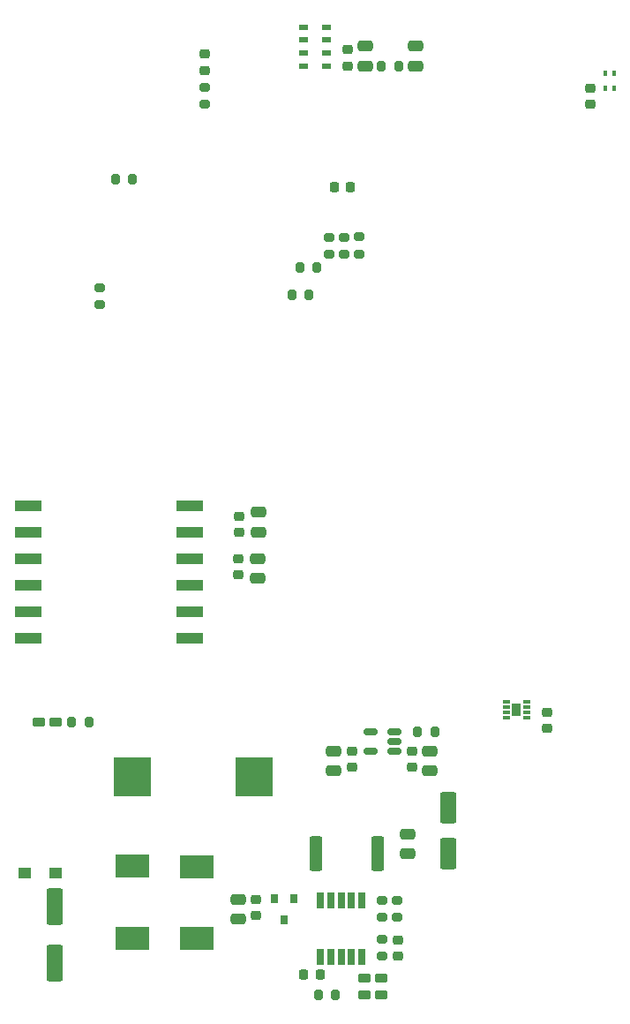
<source format=gbr>
G04 #@! TF.GenerationSoftware,KiCad,Pcbnew,(6.0.5)*
G04 #@! TF.CreationDate,2022-05-13T10:55:27+02:00*
G04 #@! TF.ProjectId,ruche,72756368-652e-46b6-9963-61645f706362,rev?*
G04 #@! TF.SameCoordinates,Original*
G04 #@! TF.FileFunction,Paste,Top*
G04 #@! TF.FilePolarity,Positive*
%FSLAX46Y46*%
G04 Gerber Fmt 4.6, Leading zero omitted, Abs format (unit mm)*
G04 Created by KiCad (PCBNEW (6.0.5)) date 2022-05-13 10:55:27*
%MOMM*%
%LPD*%
G01*
G04 APERTURE LIST*
G04 Aperture macros list*
%AMRoundRect*
0 Rectangle with rounded corners*
0 $1 Rounding radius*
0 $2 $3 $4 $5 $6 $7 $8 $9 X,Y pos of 4 corners*
0 Add a 4 corners polygon primitive as box body*
4,1,4,$2,$3,$4,$5,$6,$7,$8,$9,$2,$3,0*
0 Add four circle primitives for the rounded corners*
1,1,$1+$1,$2,$3*
1,1,$1+$1,$4,$5*
1,1,$1+$1,$6,$7*
1,1,$1+$1,$8,$9*
0 Add four rect primitives between the rounded corners*
20,1,$1+$1,$2,$3,$4,$5,0*
20,1,$1+$1,$4,$5,$6,$7,0*
20,1,$1+$1,$6,$7,$8,$9,0*
20,1,$1+$1,$8,$9,$2,$3,0*%
G04 Aperture macros list end*
%ADD10RoundRect,0.250000X-0.550000X1.500000X-0.550000X-1.500000X0.550000X-1.500000X0.550000X1.500000X0*%
%ADD11RoundRect,0.225000X-0.250000X0.225000X-0.250000X-0.225000X0.250000X-0.225000X0.250000X0.225000X0*%
%ADD12RoundRect,0.250000X-0.475000X0.250000X-0.475000X-0.250000X0.475000X-0.250000X0.475000X0.250000X0*%
%ADD13RoundRect,0.225000X-0.225000X-0.250000X0.225000X-0.250000X0.225000X0.250000X-0.225000X0.250000X0*%
%ADD14RoundRect,0.250000X0.475000X-0.250000X0.475000X0.250000X-0.475000X0.250000X-0.475000X-0.250000X0*%
%ADD15RoundRect,0.250000X0.550000X-1.250000X0.550000X1.250000X-0.550000X1.250000X-0.550000X-1.250000X0*%
%ADD16RoundRect,0.212500X-0.400000X-0.212500X0.400000X-0.212500X0.400000X0.212500X-0.400000X0.212500X0*%
%ADD17R,1.240000X1.120000*%
%ADD18R,3.200000X2.250000*%
%ADD19R,0.650000X1.525000*%
%ADD20R,3.650000X3.750000*%
%ADD21R,0.800000X0.900000*%
%ADD22RoundRect,0.200000X-0.200000X-0.275000X0.200000X-0.275000X0.200000X0.275000X-0.200000X0.275000X0*%
%ADD23RoundRect,0.200000X0.275000X-0.200000X0.275000X0.200000X-0.275000X0.200000X-0.275000X-0.200000X0*%
%ADD24RoundRect,0.200000X-0.275000X0.200000X-0.275000X-0.200000X0.275000X-0.200000X0.275000X0.200000X0*%
%ADD25RoundRect,0.250000X-0.362500X-1.425000X0.362500X-1.425000X0.362500X1.425000X-0.362500X1.425000X0*%
%ADD26R,0.750000X0.300000*%
%ADD27R,0.900000X1.300000*%
%ADD28R,2.500000X1.000000*%
%ADD29R,0.300000X0.500000*%
%ADD30RoundRect,0.225000X0.250000X-0.225000X0.250000X0.225000X-0.250000X0.225000X-0.250000X-0.225000X0*%
%ADD31RoundRect,0.218750X-0.256250X0.218750X-0.256250X-0.218750X0.256250X-0.218750X0.256250X0.218750X0*%
%ADD32RoundRect,0.225000X0.225000X0.250000X-0.225000X0.250000X-0.225000X-0.250000X0.225000X-0.250000X0*%
%ADD33R,0.950000X0.550000*%
%ADD34RoundRect,0.150000X0.512500X0.150000X-0.512500X0.150000X-0.512500X-0.150000X0.512500X-0.150000X0*%
G04 APERTURE END LIST*
D10*
X102625000Y-157110000D03*
X102625000Y-162510000D03*
D11*
X121890000Y-156385000D03*
X121890000Y-157935000D03*
D12*
X120220000Y-156390000D03*
X120220000Y-158290000D03*
D11*
X135560000Y-160275000D03*
X135560000Y-161825000D03*
X149850000Y-138460000D03*
X149850000Y-140010000D03*
D13*
X126495000Y-163600000D03*
X128045000Y-163600000D03*
D14*
X136410000Y-152035000D03*
X136410000Y-150135000D03*
D15*
X140380000Y-152010000D03*
X140380000Y-147610000D03*
D11*
X153950000Y-78585000D03*
X153950000Y-80135000D03*
D16*
X101047500Y-139430000D03*
X102672500Y-139430000D03*
D17*
X102700000Y-153900000D03*
X99700000Y-153900000D03*
D16*
X132307500Y-165542000D03*
X133932500Y-165542000D03*
X132327500Y-163992000D03*
X133952500Y-163992000D03*
D18*
X116180000Y-153260000D03*
X116180000Y-160160000D03*
X110025000Y-153235000D03*
X110025000Y-160135000D03*
D19*
X128070000Y-161912000D03*
X129070000Y-161912000D03*
X130070000Y-161912000D03*
X131070000Y-161912000D03*
X132070000Y-161912000D03*
X132070000Y-156488000D03*
X131070000Y-156488000D03*
X130070000Y-156488000D03*
X129070000Y-156488000D03*
X128070000Y-156488000D03*
D20*
X110040000Y-144690000D03*
X121740000Y-144690000D03*
D21*
X125540000Y-156350000D03*
X123640000Y-156350000D03*
X124590000Y-158350000D03*
D22*
X104195000Y-139420000D03*
X105845000Y-139420000D03*
D23*
X133990000Y-161875000D03*
X133990000Y-160225000D03*
D22*
X127895000Y-165540000D03*
X129545000Y-165540000D03*
D24*
X135460000Y-156485000D03*
X135460000Y-158135000D03*
D23*
X133960000Y-158135000D03*
X133960000Y-156485000D03*
D25*
X127637500Y-152030000D03*
X133562500Y-152030000D03*
D22*
X126105000Y-95830000D03*
X127755000Y-95830000D03*
X125325000Y-98385000D03*
X126975000Y-98385000D03*
D24*
X106910000Y-97720000D03*
X106910000Y-99370000D03*
D26*
X147900000Y-138960000D03*
X147900000Y-138460000D03*
X147900000Y-137960000D03*
X147900000Y-137460000D03*
X145900000Y-137460000D03*
X145900000Y-137960000D03*
X145900000Y-138460000D03*
X145900000Y-138960000D03*
D27*
X146900000Y-138210000D03*
D28*
X115525000Y-131340000D03*
X115525000Y-128800000D03*
X115525000Y-126260000D03*
X115525000Y-123720000D03*
X115525000Y-121180000D03*
X115525000Y-118640000D03*
X100025000Y-118640000D03*
X100025000Y-121180000D03*
X100025000Y-123720000D03*
X100025000Y-126260000D03*
X100025000Y-128800000D03*
X100025000Y-131340000D03*
D29*
X156225000Y-77185000D03*
X155425000Y-77185000D03*
X155425000Y-78585000D03*
X156225000Y-78585000D03*
D11*
X120225000Y-123730000D03*
X120225000Y-125280000D03*
D12*
X122050000Y-123730000D03*
X122050000Y-125630000D03*
D22*
X108425000Y-87310000D03*
X110075000Y-87310000D03*
D12*
X129340000Y-142160000D03*
X129340000Y-144060000D03*
D30*
X120240000Y-121195000D03*
X120240000Y-119645000D03*
D31*
X116960000Y-75332500D03*
X116960000Y-76907500D03*
D22*
X137385000Y-140290000D03*
X139035000Y-140290000D03*
D14*
X137225000Y-76480000D03*
X137225000Y-74580000D03*
D24*
X116950000Y-78495000D03*
X116950000Y-80145000D03*
D11*
X136860000Y-142195000D03*
X136860000Y-143745000D03*
D22*
X133925000Y-76480000D03*
X135575000Y-76480000D03*
D14*
X122100000Y-121160000D03*
X122100000Y-119260000D03*
D23*
X128930000Y-94535000D03*
X128930000Y-92885000D03*
D32*
X130945000Y-88080000D03*
X129395000Y-88080000D03*
D23*
X130350000Y-94535000D03*
X130350000Y-92885000D03*
D30*
X130675000Y-76455000D03*
X130675000Y-74905000D03*
D14*
X132350000Y-76480000D03*
X132350000Y-74580000D03*
D33*
X128620000Y-76475000D03*
X128620000Y-75225000D03*
X128620000Y-73975000D03*
X128620000Y-72725000D03*
X126470000Y-72725000D03*
X126470000Y-73975000D03*
X126470000Y-75225000D03*
X126470000Y-76475000D03*
D12*
X138530000Y-142190000D03*
X138530000Y-144090000D03*
D34*
X135157500Y-142190000D03*
X135157500Y-141240000D03*
X135157500Y-140290000D03*
X132882500Y-140290000D03*
X132882500Y-142190000D03*
D11*
X131150000Y-142195000D03*
X131150000Y-143745000D03*
D23*
X131770000Y-94515000D03*
X131770000Y-92865000D03*
M02*

</source>
